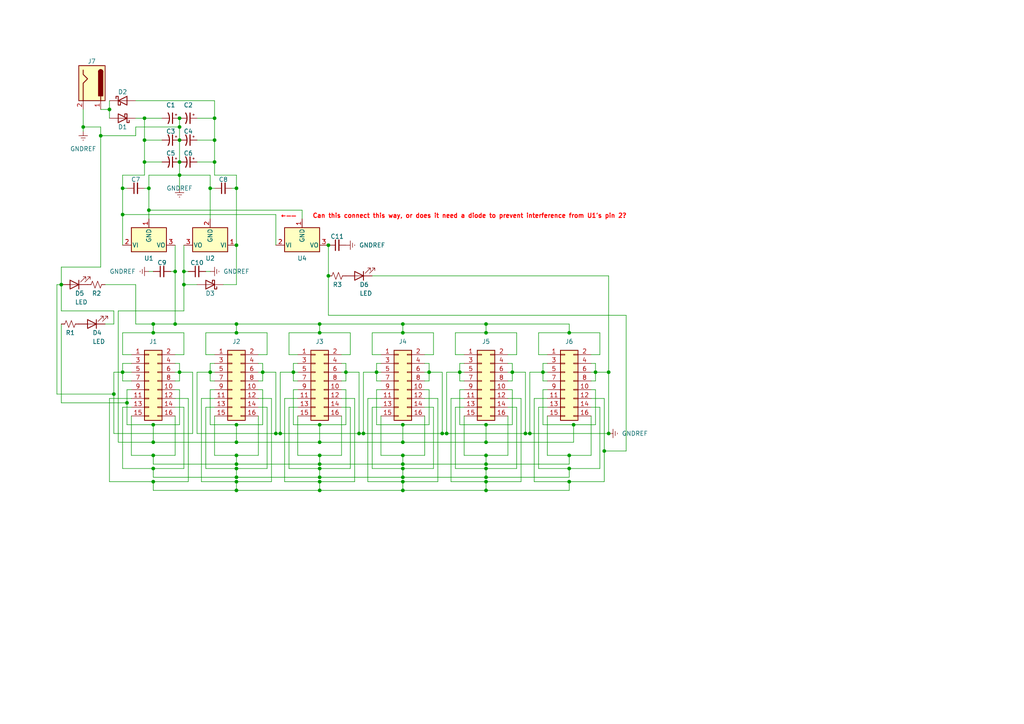
<source format=kicad_sch>
(kicad_sch (version 20230121) (generator eeschema)
  (paper "A4")
  (title_block (title "Power Word Stun PSU") (date "08/20/2023") (rev "2 beta") (company "Synth Mages") (comment 1 "Eurorack power supply unit supplying ±12V, +5V, and with Gate and CV routing"))
  (lib_symbols
    (symbol "Connector:Barrel_Jack" (pin_names (offset 1.016))
      (property "Reference" "J" (at 0 5.334 0))
      (property "Value" "Barrel_Jack" (at 0 -5.08 0))
      (symbol "Barrel_Jack_0_1"
        (rectangle (start -5.08 3.81) (end 5.08 -3.81) (stroke (width 0.254)) (fill (type background)))
        (arc (start -3.302 3.175) (mid -3.9343 2.54) (end -3.302 1.905) (stroke (width 0.254)))
        (arc (start -3.302 3.175) (mid -3.9343 2.54) (end -3.302 1.905) (stroke (width 0.254)) (fill (type outline)))
        (polyline (pts (xy 5.08 2.54) (xy 3.81 2.54)) (stroke (width 0.254)))
        (polyline (pts (xy -3.81 -2.54) (xy -2.54 -2.54) (xy -1.27 -1.27) (xy 0 -2.54) (xy 2.54 -2.54) (xy 5.08 -2.54)) (stroke (width 0.254)))
        (rectangle (start 3.683 3.175) (end -3.302 1.905) (stroke (width 0.254)) (fill (type outline)))
      )
      (symbol "Barrel_Jack_1_1"
        (pin passive line (at 7.62 2.54 180) (length 2.54) (name "~") (number "1"))
        (pin passive line (at 7.62 -2.54 180) (length 2.54) (name "~") (number "2"))
      )
    )
    (symbol "Connector_Generic:Conn_02x08_Odd_Even" (pin_names (offset 1.016) hide)
      (property "Reference" "J" (at 1.27 10.16 0))
      (property "Value" "Conn_02x08_Odd_Even" (at 1.27 -12.7 0))
      (symbol "Conn_02x08_Odd_Even_1_1"
        (rectangle (start -1.27 -10.033) (end 0 -10.287) (stroke (width 0.1524)))
        (rectangle (start -1.27 -7.493) (end 0 -7.747) (stroke (width 0.1524)))
        (rectangle (start -1.27 -4.953) (end 0 -5.207) (stroke (width 0.1524)))
        (rectangle (start -1.27 -2.413) (end 0 -2.667) (stroke (width 0.1524)))
        (rectangle (start -1.27 0.127) (end 0 -0.127) (stroke (width 0.1524)))
        (rectangle (start -1.27 2.667) (end 0 2.413) (stroke (width 0.1524)))
        (rectangle (start -1.27 5.207) (end 0 4.953) (stroke (width 0.1524)))
        (rectangle (start -1.27 7.747) (end 0 7.493) (stroke (width 0.1524)))
        (rectangle (start -1.27 8.89) (end 3.81 -11.43) (stroke (width 0.254)) (fill (type background)))
        (rectangle (start 3.81 -10.033) (end 2.54 -10.287) (stroke (width 0.1524)))
        (rectangle (start 3.81 -7.493) (end 2.54 -7.747) (stroke (width 0.1524)))
        (rectangle (start 3.81 -4.953) (end 2.54 -5.207) (stroke (width 0.1524)))
        (rectangle (start 3.81 -2.413) (end 2.54 -2.667) (stroke (width 0.1524)))
        (rectangle (start 3.81 0.127) (end 2.54 -0.127) (stroke (width 0.1524)))
        (rectangle (start 3.81 2.667) (end 2.54 2.413) (stroke (width 0.1524)))
        (rectangle (start 3.81 5.207) (end 2.54 4.953) (stroke (width 0.1524)))
        (rectangle (start 3.81 7.747) (end 2.54 7.493) (stroke (width 0.1524)))
        (pin passive line (at -5.08 7.62 0) (length 3.81) (name "Pin_1") (number "1"))
        (pin passive line (at 7.62 -2.54 180) (length 3.81) (name "Pin_10") (number "10"))
        (pin passive line (at -5.08 -5.08 0) (length 3.81) (name "Pin_11") (number "11"))
        (pin passive line (at 7.62 -5.08 180) (length 3.81) (name "Pin_12") (number "12"))
        (pin passive line (at -5.08 -7.62 0) (length 3.81) (name "Pin_13") (number "13"))
        (pin passive line (at 7.62 -7.62 180) (length 3.81) (name "Pin_14") (number "14"))
        (pin passive line (at -5.08 -10.16 0) (length 3.81) (name "Pin_15") (number "15"))
        (pin passive line (at 7.62 -10.16 180) (length 3.81) (name "Pin_16") (number "16"))
        (pin passive line (at 7.62 7.62 180) (length 3.81) (name "Pin_2") (number "2"))
        (pin passive line (at -5.08 5.08 0) (length 3.81) (name "Pin_3") (number "3"))
        (pin passive line (at 7.62 5.08 180) (length 3.81) (name "Pin_4") (number "4"))
        (pin passive line (at -5.08 2.54 0) (length 3.81) (name "Pin_5") (number "5"))
        (pin passive line (at 7.62 2.54 180) (length 3.81) (name "Pin_6") (number "6"))
        (pin passive line (at -5.08 0 0) (length 3.81) (name "Pin_7") (number "7"))
        (pin passive line (at 7.62 0 180) (length 3.81) (name "Pin_8") (number "8"))
        (pin passive line (at -5.08 -2.54 0) (length 3.81) (name "Pin_9") (number "9"))
      )
    )
    (symbol "Device:C_Polarized_Small_US" (pin_numbers hide) (pin_names (offset 0.254) hide)
      (property "Reference" "C" (at 0.254 1.778 0))
      (property "Value" "C_Polarized_Small_US" (at 0.254 -2.032 0))
      (symbol "C_Polarized_Small_US_0_1"
        (polyline (pts (xy -1.524 0.508) (xy 1.524 0.508)) (stroke (width 0.3048)))
        (polyline (pts (xy -1.27 1.524) (xy -0.762 1.524)))
        (polyline (pts (xy -1.016 1.27) (xy -1.016 1.778)))
        (arc (start 1.524 -0.762) (mid 0 -0.3734) (end -1.524 -0.762) (stroke (width 0.3048)))
      )
      (symbol "C_Polarized_Small_US_1_1"
        (pin passive line (at 0 2.54 270) (length 2.032) (name "~") (number "1"))
        (pin passive line (at 0 -2.54 90) (length 2.032) (name "~") (number "2"))
      )
    )
    (symbol "Device:C_Small" (pin_numbers hide) (pin_names (offset 0.254) hide)
      (property "Reference" "C" (at 0.254 1.778 0))
      (property "Value" "C_Small" (at 0.254 -2.032 0))
      (symbol "C_Small_0_1"
        (polyline (pts (xy -1.524 -0.508) (xy 1.524 -0.508)) (stroke (width 0.3302)))
        (polyline (pts (xy -1.524 0.508) (xy 1.524 0.508)) (stroke (width 0.3048)))
      )
      (symbol "C_Small_1_1"
        (pin passive line (at 0 2.54 270) (length 2.032) (name "~") (number "1"))
        (pin passive line (at 0 -2.54 90) (length 2.032) (name "~") (number "2"))
      )
    )
    (symbol "Device:LED" (pin_numbers hide) (pin_names (offset 1.016) hide)
      (property "Reference" "D" (at 0 2.54 0))
      (property "Value" "LED" (at 0 -2.54 0))
      (symbol "LED_0_1"
        (polyline (pts (xy -1.27 -1.27) (xy -1.27 1.27)) (stroke (width 0.254)))
        (polyline (pts (xy -1.27 0) (xy 1.27 0)))
        (polyline (pts (xy 1.27 -1.27) (xy 1.27 1.27) (xy -1.27 0) (xy 1.27 -1.27)) (stroke (width 0.254)))
        (polyline (pts (xy -3.048 -0.762) (xy -4.572 -2.286) (xy -3.81 -2.286) (xy -4.572 -2.286) (xy -4.572 -1.524)))
        (polyline (pts (xy -1.778 -0.762) (xy -3.302 -2.286) (xy -2.54 -2.286) (xy -3.302 -2.286) (xy -3.302 -1.524)))
      )
      (symbol "LED_1_1"
        (pin passive line (at -3.81 0 0) (length 2.54) (name "K") (number "1"))
        (pin passive line (at 3.81 0 180) (length 2.54) (name "A") (number "2"))
      )
    )
    (symbol "Device:R_Small_US" (pin_numbers hide) (pin_names (offset 0.254) hide)
      (property "Reference" "R" (at 0.762 0.508 0))
      (property "Value" "R_Small_US" (at 0.762 -1.016 0))
      (symbol "R_Small_US_1_1"
        (polyline (pts (xy 0 0) (xy 1.016 -0.381) (xy 0 -0.762) (xy -1.016 -1.143) (xy 0 -1.524)))
        (polyline (pts (xy 0 1.524) (xy 1.016 1.143) (xy 0 0.762) (xy -1.016 0.381) (xy 0 0)))
        (pin passive line (at 0 2.54 270) (length 1.016) (name "~") (number "1"))
        (pin passive line (at 0 -2.54 90) (length 1.016) (name "~") (number "2"))
      )
    )
    (symbol "Diode:1N5817" (pin_numbers hide) (pin_names (offset 1.016) hide)
      (property "Reference" "D" (at 0 2.54 0))
      (property "Value" "1N5817" (at 0 -2.54 0))
      (symbol "1N5817_0_1"
        (polyline (pts (xy 1.27 0) (xy -1.27 0)))
        (polyline (pts (xy 1.27 1.27) (xy 1.27 -1.27) (xy -1.27 0) (xy 1.27 1.27)) (stroke (width 0.254)))
        (polyline (pts (xy -1.905 0.635) (xy -1.905 1.27) (xy -1.27 1.27) (xy -1.27 -1.27) (xy -0.635 -1.27) (xy -0.635 -0.635)) (stroke (width 0.254)))
      )
      (symbol "1N5817_1_1"
        (pin passive line (at -3.81 0 0) (length 2.54) (name "K") (number "1"))
        (pin passive line (at 3.81 0 180) (length 2.54) (name "A") (number "2"))
      )
    )
    (symbol "Regulator_Linear:LM7812_TO220" (pin_names (offset 0.254))
      (property "Reference" "U" (at -3.81 3.175 0))
      (property "Value" "LM7812_TO220" (at 0 3.175 0))
      (symbol "LM7812_TO220_0_1"
        (rectangle (start -5.08 1.905) (end 5.08 -5.08) (stroke (width 0.254)) (fill (type background)))
      )
      (symbol "LM7812_TO220_1_1"
        (pin power_in line (at -7.62 0 0) (length 2.54) (name "VI") (number "1"))
        (pin power_in line (at 0 -7.62 90) (length 2.54) (name "GND") (number "2"))
        (pin power_out line (at 7.62 0 180) (length 2.54) (name "VO") (number "3"))
      )
    )
    (symbol "Regulator_Linear:LM7905_TO220" (pin_names (offset 0.254))
      (property "Reference" "U" (at -3.81 -3.175 0))
      (property "Value" "LM7905_TO220" (at 0 -3.175 0))
      (symbol "LM7905_TO220_0_1"
        (rectangle (start -5.08 5.08) (end 5.08 -1.905) (stroke (width 0.254)) (fill (type background)))
      )
      (symbol "LM7905_TO220_1_1"
        (pin power_in line (at 0 7.62 270) (length 2.54) (name "GND") (number "1"))
        (pin power_in line (at -7.62 0 0) (length 2.54) (name "VI") (number "2"))
        (pin power_out line (at 7.62 0 180) (length 2.54) (name "VO") (number "3"))
      )
    )
    (symbol "Regulator_Linear:LM7912_TO220" (pin_names (offset 0.254))
      (property "Reference" "U" (at -3.81 -3.175 0))
      (property "Value" "LM7912_TO220" (at 0 -3.175 0))
      (symbol "LM7912_TO220_0_1"
        (rectangle (start -5.08 5.08) (end 5.08 -1.905) (stroke (width 0.254)) (fill (type background)))
      )
      (symbol "LM7912_TO220_1_1"
        (pin power_in line (at 0 7.62 270) (length 2.54) (name "GND") (number "1"))
        (pin power_in line (at -7.62 0 0) (length 2.54) (name "VI") (number "2"))
        (pin power_out line (at 7.62 0 180) (length 2.54) (name "VO") (number "3"))
      )
    )
    (symbol "power:GNDREF" (power) (pin_names (offset 0))
      (property "Value" "GNDREF" (at 0 -3.81 0))
      (symbol "GNDREF_0_1"
        (polyline (pts (xy -0.635 -1.905) (xy 0.635 -1.905)))
        (polyline (pts (xy -0.127 -2.54) (xy 0.127 -2.54)))
        (polyline (pts (xy 0 -1.27) (xy 0 0)))
        (polyline (pts (xy 1.27 -1.27) (xy -1.27 -1.27)))
      )
      (symbol "GNDREF_1_1"
        (pin power_in line (at 0 0 270) (length 0) hide (name "GNDREF") (number "1"))
      )
    )
  )
  (junction (at 52.07 46.99))
  (junction (at 52.07 50.8))
  (junction (at 165.1 139.7))
  (junction (at 129.54 125.73))
  (junction (at 172.72 107.95))
  (junction (at 44.45 139.7))
  (junction (at 116.84 135.89))
  (junction (at 52.07 36.83))
  (junction (at 140.97 123.19))
  (junction (at 50.8 93.98))
  (junction (at 92.71 123.19))
  (junction (at 68.58 142.24))
  (junction (at 68.58 123.19))
  (junction (at 36.83 116.84))
  (junction (at 44.45 128.27))
  (junction (at 92.71 128.27))
  (junction (at 17.78 82.55))
  (junction (at 140.97 135.89))
  (junction (at 76.2 107.95))
  (junction (at 133.35 107.95))
  (junction (at 166.37 123.19))
  (junction (at 95.25 71.12))
  (junction (at 152.4 125.73))
  (junction (at 116.84 139.7))
  (junction (at 43.18 60.96))
  (junction (at 116.84 142.24))
  (junction (at 116.84 123.19))
  (junction (at 128.27 125.73))
  (junction (at 68.58 71.12))
  (junction (at 92.71 142.24))
  (junction (at 35.56 62.23))
  (junction (at 116.84 134.62))
  (junction (at 140.97 134.62))
  (junction (at 80.01 125.73))
  (junction (at 24.13 36.83))
  (junction (at 92.71 134.62))
  (junction (at 33.02 114.3))
  (junction (at 60.96 107.95))
  (junction (at 176.53 125.73))
  (junction (at 153.67 125.73))
  (junction (at 41.91 34.29))
  (junction (at 31.75 31.75))
  (junction (at 92.71 135.89))
  (junction (at 140.97 96.52))
  (junction (at 165.1 96.52))
  (junction (at 53.34 82.55))
  (junction (at 140.97 142.24))
  (junction (at 124.46 107.95))
  (junction (at 68.58 139.7))
  (junction (at 175.26 130.81))
  (junction (at 62.23 40.64))
  (junction (at 157.48 107.95))
  (junction (at 68.58 138.43))
  (junction (at 140.97 128.27))
  (junction (at 109.22 107.95))
  (junction (at 35.56 107.95))
  (junction (at 165.1 135.89))
  (junction (at 68.58 128.27))
  (junction (at 50.8 78.74))
  (junction (at 140.97 93.98))
  (junction (at 60.96 54.61))
  (junction (at 140.97 132.08))
  (junction (at 140.97 139.7))
  (junction (at 92.71 96.52))
  (junction (at 92.71 132.08))
  (junction (at 116.84 93.98))
  (junction (at 52.07 40.64))
  (junction (at 68.58 132.08))
  (junction (at 41.91 46.99))
  (junction (at 116.84 128.27))
  (junction (at 165.1 132.08))
  (junction (at 68.58 134.62))
  (junction (at 35.56 54.61))
  (junction (at 105.41 125.73))
  (junction (at 148.59 107.95))
  (junction (at 100.33 107.95))
  (junction (at 44.45 135.89))
  (junction (at 140.97 138.43))
  (junction (at 29.21 39.37))
  (junction (at 116.84 132.08))
  (junction (at 68.58 54.61))
  (junction (at 52.07 107.95))
  (junction (at 68.58 96.52))
  (junction (at 116.84 96.52))
  (junction (at 41.91 40.64))
  (junction (at 53.34 78.74))
  (junction (at 52.07 34.29))
  (junction (at 95.25 80.01))
  (junction (at 44.45 123.19))
  (junction (at 68.58 135.89))
  (junction (at 176.53 107.95))
  (junction (at 44.45 132.08))
  (junction (at 104.14 125.73))
  (junction (at 92.71 93.98))
  (junction (at 43.18 54.61))
  (junction (at 44.45 96.52))
  (junction (at 116.84 138.43))
  (junction (at 44.45 93.98))
  (junction (at 62.23 34.29))
  (junction (at 92.71 138.43))
  (junction (at 92.71 139.7))
  (junction (at 68.58 93.98))
  (junction (at 62.23 46.99))
  (junction (at 85.09 107.95))
  (junction (at 81.28 125.73))
  (wire (pts (xy 105.41 107.95) (xy 109.22 107.95)))
  (wire (pts (xy 140.97 132.08) (xy 140.97 134.62)))
  (wire (pts (xy 85.09 123.19) (xy 85.09 113.03)))
  (wire (pts (xy 35.56 54.61) (xy 36.83 54.61)))
  (wire (pts (xy 140.97 93.98) (xy 140.97 96.52)))
  (wire (pts (xy 43.18 60.96) (xy 87.63 60.96)))
  (wire (pts (xy 68.58 139.7) (xy 78.74 139.7)))
  (wire (pts (xy 50.8 113.03) (xy 52.07 113.03)))
  (wire (pts (xy 60.96 54.61) (xy 62.23 54.61)))
  (wire (pts (xy 105.41 107.95) (xy 105.41 125.73)))
  (wire (pts (xy 132.08 96.52) (xy 140.97 96.52)))
  (wire (pts (xy 78.74 115.57) (xy 74.93 115.57)))
  (wire (pts (xy 148.59 105.41) (xy 148.59 107.95)))
  (wire (pts (xy 99.06 105.41) (xy 100.33 105.41)))
  (wire (pts (xy 35.56 62.23) (xy 35.56 71.12)))
  (wire (pts (xy 35.56 110.49) (xy 38.1 110.49)))
  (wire (pts (xy 36.83 123.19) (xy 36.83 116.84)))
  (wire (pts (xy 116.84 123.19) (xy 109.22 123.19)))
  (wire (pts (xy 149.86 118.11) (xy 149.86 135.89)))
  (wire (pts (xy 157.48 113.03) (xy 158.75 113.03)))
  (wire (pts (xy 59.69 118.11) (xy 59.69 135.89)))
  (wire (pts (xy 68.58 93.98) (xy 92.71 93.98)))
  (wire (pts (xy 92.71 142.24) (xy 116.84 142.24)))
  (wire (pts (xy 107.95 96.52) (xy 116.84 96.52)))
  (wire (pts (xy 109.22 110.49) (xy 110.49 110.49)))
  (wire (pts (xy 153.67 107.95) (xy 153.67 125.73)))
  (wire (pts (xy 39.37 39.37) (xy 39.37 36.83)))
  (wire (pts (xy 17.78 90.17) (xy 33.02 90.17)))
  (wire (pts (xy 74.93 107.95) (xy 76.2 107.95)))
  (wire (pts (xy 44.45 135.89) (xy 35.56 135.89)))
  (wire (pts (xy 134.62 102.87) (xy 132.08 102.87)))
  (wire (pts (xy 52.07 105.41) (xy 52.07 107.95)))
  (wire (pts (xy 62.23 118.11) (xy 59.69 118.11)))
  (wire (pts (xy 149.86 135.89) (xy 140.97 135.89)))
  (wire (pts (xy 101.6 118.11) (xy 101.6 135.89)))
  (wire (pts (xy 133.35 113.03) (xy 134.62 113.03)))
  (wire (pts (xy 50.8 110.49) (xy 52.07 110.49)))
  (wire (pts (xy 92.71 138.43) (xy 116.84 138.43)))
  (wire (pts (xy 60.96 50.8) (xy 60.96 54.61)))
  (wire (pts (xy 86.36 132.08) (xy 92.71 132.08)))
  (wire (pts (xy 151.13 139.7) (xy 151.13 115.57)))
  (wire (pts (xy 172.72 107.95) (xy 172.72 110.49)))
  (wire (pts (xy 157.48 123.19) (xy 157.48 113.03)))
  (wire (pts (xy 74.93 120.65) (xy 74.93 132.08)))
  (wire (pts (xy 36.83 113.03) (xy 38.1 113.03)))
  (wire (pts (xy 29.21 77.47) (xy 17.78 77.47)))
  (wire (pts (xy 17.78 116.84) (xy 36.83 116.84)))
  (wire (pts (xy 35.56 107.95) (xy 33.02 107.95)))
  (wire (pts (xy 62.23 46.99) (xy 62.23 50.8)))
  (wire (pts (xy 17.78 77.47) (xy 17.78 82.55)))
  (wire (pts (xy 134.62 105.41) (xy 133.35 105.41)))
  (wire (pts (xy 132.08 118.11) (xy 132.08 135.89)))
  (wire (pts (xy 33.02 125.73) (xy 55.88 125.73)))
  (wire (pts (xy 43.18 60.96) (xy 43.18 63.5)))
  (wire (pts (xy 123.19 105.41) (xy 124.46 105.41)))
  (wire (pts (xy 59.69 102.87) (xy 59.69 96.52)))
  (wire (pts (xy 44.45 123.19) (xy 44.45 128.27)))
  (wire (pts (xy 62.23 115.57) (xy 58.42 115.57)))
  (wire (pts (xy 102.87 139.7) (xy 102.87 115.57)))
  (wire (pts (xy 53.34 71.12) (xy 53.34 78.74)))
  (wire (pts (xy 100.33 123.19) (xy 92.71 123.19)))
  (wire (pts (xy 153.67 107.95) (xy 157.48 107.95)))
  (wire (pts (xy 33.02 90.17) (xy 33.02 93.98)))
  (wire (pts (xy 44.45 134.62) (xy 68.58 134.62)))
  (wire (pts (xy 110.49 132.08) (xy 116.84 132.08)))
  (wire (pts (xy 104.14 125.73) (xy 105.41 125.73)))
  (wire (pts (xy 165.1 132.08) (xy 165.1 134.62)))
  (wire (pts (xy 52.07 113.03) (xy 52.07 123.19)))
  (wire (pts (xy 140.97 139.7) (xy 151.13 139.7)))
  (wire (pts (xy 44.45 132.08) (xy 44.45 134.62)))
  (wire (pts (xy 52.07 50.8) (xy 60.96 50.8)))
  (wire (pts (xy 124.46 105.41) (xy 124.46 107.95)))
  (wire (pts (xy 148.59 123.19) (xy 140.97 123.19)))
  (wire (pts (xy 152.4 107.95) (xy 152.4 125.73)))
  (wire (pts (xy 99.06 120.65) (xy 99.06 132.08)))
  (wire (pts (xy 99.06 107.95) (xy 100.33 107.95)))
  (wire (pts (xy 158.75 120.65) (xy 158.75 132.08)))
  (wire (pts (xy 50.8 78.74) (xy 50.8 93.98)))
  (wire (pts (xy 57.15 107.95) (xy 60.96 107.95)))
  (wire (pts (xy 156.21 102.87) (xy 156.21 96.52)))
  (wire (pts (xy 77.47 96.52) (xy 77.47 102.87)))
  (wire (pts (xy 125.73 102.87) (xy 123.19 102.87)))
  (wire (pts (xy 38.1 120.65) (xy 38.1 132.08)))
  (wire (pts (xy 24.13 36.83) (xy 29.21 36.83)))
  (wire (pts (xy 152.4 125.73) (xy 153.67 125.73)))
  (wire (pts (xy 68.58 123.19) (xy 60.96 123.19)))
  (wire (pts (xy 41.91 40.64) (xy 41.91 46.99)))
  (wire (pts (xy 147.32 110.49) (xy 148.59 110.49)))
  (wire (pts (xy 60.96 107.95) (xy 60.96 110.49)))
  (wire (pts (xy 107.95 118.11) (xy 107.95 135.89)))
  (wire (pts (xy 62.23 29.21) (xy 62.23 34.29)))
  (wire (pts (xy 129.54 107.95) (xy 133.35 107.95)))
  (wire (pts (xy 81.28 107.95) (xy 81.28 125.73)))
  (wire (pts (xy 173.99 118.11) (xy 173.99 135.89)))
  (wire (pts (xy 34.29 90.17) (xy 34.29 128.27)))
  (wire (pts (xy 35.56 105.41) (xy 35.56 107.95)))
  (wire (pts (xy 53.34 78.74) (xy 54.61 78.74)))
  (wire (pts (xy 110.49 118.11) (xy 107.95 118.11)))
  (wire (pts (xy 33.02 114.3) (xy 33.02 125.73)))
  (wire (pts (xy 57.15 40.64) (xy 62.23 40.64)))
  (wire (pts (xy 77.47 102.87) (xy 74.93 102.87)))
  (wire (pts (xy 105.41 125.73) (xy 128.27 125.73)))
  (wire (pts (xy 92.71 132.08) (xy 92.71 134.62)))
  (wire (pts (xy 81.28 125.73) (xy 104.14 125.73)))
  (wire (pts (xy 107.95 102.87) (xy 107.95 96.52)))
  (wire (pts (xy 156.21 96.52) (xy 165.1 96.52)))
  (wire (pts (xy 171.45 110.49) (xy 172.72 110.49)))
  (wire (pts (xy 86.36 105.41) (xy 85.09 105.41)))
  (wire (pts (xy 92.71 139.7) (xy 92.71 142.24)))
  (wire (pts (xy 80.01 107.95) (xy 80.01 125.73)))
  (wire (pts (xy 85.09 110.49) (xy 86.36 110.49)))
  (wire (pts (xy 130.81 139.7) (xy 130.81 115.57)))
  (wire (pts (xy 43.18 50.8) (xy 43.18 54.61)))
  (wire (pts (xy 52.07 40.64) (xy 52.07 46.99)))
  (wire (pts (xy 148.59 113.03) (xy 148.59 123.19)))
  (wire (pts (xy 57.15 46.99) (xy 62.23 46.99)))
  (wire (pts (xy 31.75 31.75) (xy 31.75 34.29)))
  (wire (pts (xy 77.47 118.11) (xy 77.47 135.89)))
  (wire (pts (xy 175.26 115.57) (xy 171.45 115.57)))
  (wire (pts (xy 68.58 128.27) (xy 92.71 128.27)))
  (wire (pts (xy 68.58 132.08) (xy 74.93 132.08)))
  (wire (pts (xy 39.37 36.83) (xy 52.07 36.83)))
  (wire (pts (xy 43.18 78.74) (xy 44.45 78.74)))
  (wire (pts (xy 43.18 54.61) (xy 43.18 60.96)))
  (wire (pts (xy 140.97 128.27) (xy 166.37 128.27)))
  (wire (pts (xy 171.45 105.41) (xy 172.72 105.41)))
  (wire (pts (xy 124.46 113.03) (xy 124.46 123.19)))
  (wire (pts (xy 62.23 120.65) (xy 62.23 132.08)))
  (wire (pts (xy 140.97 93.98) (xy 165.1 93.98)))
  (wire (pts (xy 99.06 110.49) (xy 100.33 110.49)))
  (wire (pts (xy 76.2 113.03) (xy 76.2 123.19)))
  (wire (pts (xy 181.61 91.44) (xy 181.61 130.81)))
  (wire (pts (xy 68.58 138.43) (xy 68.58 135.89)))
  (wire (pts (xy 68.58 96.52) (xy 77.47 96.52)))
  (wire (pts (xy 64.77 82.55) (xy 68.58 82.55)))
  (wire (pts (xy 109.22 105.41) (xy 109.22 107.95)))
  (wire (pts (xy 62.23 132.08) (xy 68.58 132.08)))
  (wire (pts (xy 100.33 107.95) (xy 104.14 107.95)))
  (wire (pts (xy 151.13 115.57) (xy 147.32 115.57)))
  (wire (pts (xy 148.59 107.95) (xy 152.4 107.95)))
  (wire (pts (xy 39.37 93.98) (xy 44.45 93.98)))
  (wire (pts (xy 125.73 135.89) (xy 116.84 135.89)))
  (wire (pts (xy 158.75 105.41) (xy 157.48 105.41)))
  (wire (pts (xy 81.28 107.95) (xy 85.09 107.95)))
  (wire (pts (xy 116.84 139.7) (xy 127 139.7)))
  (wire (pts (xy 116.84 132.08) (xy 116.84 134.62)))
  (wire (pts (xy 29.21 36.83) (xy 29.21 39.37)))
  (wire (pts (xy 50.8 118.11) (xy 53.34 118.11)))
  (wire (pts (xy 68.58 138.43) (xy 92.71 138.43)))
  (wire (pts (xy 31.75 139.7) (xy 44.45 139.7)))
  (wire (pts (xy 123.19 120.65) (xy 123.19 132.08)))
  (wire (pts (xy 52.07 123.19) (xy 44.45 123.19)))
  (wire (pts (xy 124.46 107.95) (xy 124.46 110.49)))
  (wire (pts (xy 133.35 107.95) (xy 134.62 107.95)))
  (wire (pts (xy 140.97 123.19) (xy 133.35 123.19)))
  (wire (pts (xy 35.56 62.23) (xy 80.01 62.23)))
  (wire (pts (xy 165.1 138.43) (xy 165.1 135.89)))
  (wire (pts (xy 76.2 123.19) (xy 68.58 123.19)))
  (wire (pts (xy 38.1 107.95) (xy 35.56 107.95)))
  (wire (pts (xy 109.22 107.95) (xy 110.49 107.95)))
  (wire (pts (xy 43.18 50.8) (xy 52.07 50.8)))
  (wire (pts (xy 92.71 93.98) (xy 116.84 93.98)))
  (wire (pts (xy 86.36 118.11) (xy 83.82 118.11)))
  (wire (pts (xy 62.23 34.29) (xy 62.23 40.64)))
  (wire (pts (xy 100.33 107.95) (xy 100.33 110.49)))
  (wire (pts (xy 50.8 93.98) (xy 44.45 93.98)))
  (wire (pts (xy 74.93 118.11) (xy 77.47 118.11)))
  (wire (pts (xy 78.74 139.7) (xy 78.74 115.57)))
  (wire (pts (xy 172.72 113.03) (xy 172.72 123.19)))
  (wire (pts (xy 67.31 54.61) (xy 68.58 54.61)))
  (wire (pts (xy 165.1 93.98) (xy 165.1 96.52)))
  (wire (pts (xy 44.45 132.08) (xy 50.8 132.08)))
  (wire (pts (xy 132.08 102.87) (xy 132.08 96.52)))
  (wire (pts (xy 68.58 50.8) (xy 68.58 54.61)))
  (wire (pts (xy 116.84 132.08) (xy 123.19 132.08)))
  (wire (pts (xy 38.1 115.57) (xy 31.75 115.57)))
  (wire (pts (xy 157.48 107.95) (xy 157.48 110.49)))
  (wire (pts (xy 76.2 107.95) (xy 80.01 107.95)))
  (wire (pts (xy 147.32 113.03) (xy 148.59 113.03)))
  (wire (pts (xy 156.21 118.11) (xy 156.21 135.89)))
  (wire (pts (xy 39.37 82.55) (xy 39.37 93.98)))
  (wire (pts (xy 140.97 139.7) (xy 140.97 142.24)))
  (wire (pts (xy 53.34 90.17) (xy 34.29 90.17)))
  (wire (pts (xy 140.97 138.43) (xy 165.1 138.43)))
  (wire (pts (xy 74.93 113.03) (xy 76.2 113.03)))
  (wire (pts (xy 110.49 105.41) (xy 109.22 105.41)))
  (wire (pts (xy 100.33 105.41) (xy 100.33 107.95)))
  (wire (pts (xy 85.09 107.95) (xy 85.09 110.49)))
  (wire (pts (xy 157.48 123.19) (xy 166.37 123.19)))
  (wire (pts (xy 165.1 139.7) (xy 175.26 139.7)))
  (wire (pts (xy 35.56 96.52) (xy 44.45 96.52)))
  (wire (pts (xy 123.19 107.95) (xy 124.46 107.95)))
  (wire (pts (xy 68.58 142.24) (xy 92.71 142.24)))
  (wire (pts (xy 149.86 102.87) (xy 147.32 102.87)))
  (wire (pts (xy 29.21 39.37) (xy 39.37 39.37)))
  (wire (pts (xy 52.07 50.8) (xy 52.07 54.61)))
  (wire (pts (xy 52.07 107.95) (xy 55.88 107.95)))
  (wire (pts (xy 104.14 107.95) (xy 104.14 125.73)))
  (wire (pts (xy 127 139.7) (xy 127 115.57)))
  (wire (pts (xy 92.71 93.98) (xy 92.71 96.52)))
  (wire (pts (xy 123.19 110.49) (xy 124.46 110.49)))
  (wire (pts (xy 99.06 118.11) (xy 101.6 118.11)))
  (wire (pts (xy 171.45 120.65) (xy 171.45 132.08)))
  (wire (pts (xy 116.84 93.98) (xy 116.84 96.52)))
  (wire (pts (xy 85.09 105.41) (xy 85.09 107.95)))
  (wire (pts (xy 39.37 29.21) (xy 62.23 29.21)))
  (wire (pts (xy 52.07 107.95) (xy 52.07 110.49)))
  (wire (pts (xy 173.99 135.89) (xy 165.1 135.89)))
  (wire (pts (xy 41.91 46.99) (xy 46.99 46.99)))
  (wire (pts (xy 140.97 134.62) (xy 165.1 134.62)))
  (wire (pts (xy 16.51 82.55) (xy 16.51 114.3)))
  (wire (pts (xy 140.97 96.52) (xy 149.86 96.52)))
  (wire (pts (xy 85.09 113.03) (xy 86.36 113.03)))
  (wire (pts (xy 116.84 138.43) (xy 116.84 135.89)))
  (wire (pts (xy 35.56 50.8) (xy 35.56 54.61)))
  (wire (pts (xy 154.94 139.7) (xy 154.94 115.57)))
  (wire (pts (xy 53.34 82.55) (xy 57.15 82.55)))
  (wire (pts (xy 147.32 105.41) (xy 148.59 105.41)))
  (wire (pts (xy 68.58 139.7) (xy 68.58 142.24)))
  (wire (pts (xy 44.45 138.43) (xy 68.58 138.43)))
  (wire (pts (xy 60.96 107.95) (xy 62.23 107.95)))
  (wire (pts (xy 92.71 135.89) (xy 83.82 135.89)))
  (wire (pts (xy 52.07 34.29) (xy 52.07 36.83)))
  (wire (pts (xy 158.75 102.87) (xy 156.21 102.87)))
  (wire (pts (xy 140.97 138.43) (xy 140.97 135.89)))
  (wire (pts (xy 147.32 107.95) (xy 148.59 107.95)))
  (wire (pts (xy 44.45 93.98) (xy 44.45 96.52)))
  (wire (pts (xy 106.68 139.7) (xy 106.68 115.57)))
  (wire (pts (xy 44.45 142.24) (xy 68.58 142.24)))
  (wire (pts (xy 52.07 36.83) (xy 52.07 40.64)))
  (wire (pts (xy 86.36 115.57) (xy 82.55 115.57)))
  (wire (pts (xy 176.53 80.01) (xy 176.53 107.95)))
  (wire (pts (xy 116.84 142.24) (xy 140.97 142.24)))
  (wire (pts (xy 50.8 93.98) (xy 68.58 93.98)))
  (wire (pts (xy 60.96 54.61) (xy 60.96 63.5)))
  (wire (pts (xy 44.45 135.89) (xy 44.45 138.43)))
  (wire (pts (xy 60.96 123.19) (xy 60.96 113.03)))
  (wire (pts (xy 41.91 40.64) (xy 46.99 40.64)))
  (wire (pts (xy 153.67 125.73) (xy 176.53 125.73)))
  (wire (pts (xy 87.63 60.96) (xy 87.63 63.5)))
  (wire (pts (xy 60.96 110.49) (xy 62.23 110.49)))
  (wire (pts (xy 50.8 120.65) (xy 50.8 132.08)))
  (wire (pts (xy 57.15 107.95) (xy 57.15 125.73)))
  (wire (pts (xy 36.83 116.84) (xy 36.83 113.03)))
  (wire (pts (xy 41.91 54.61) (xy 43.18 54.61)))
  (wire (pts (xy 128.27 125.73) (xy 129.54 125.73)))
  (wire (pts (xy 157.48 107.95) (xy 158.75 107.95)))
  (wire (pts (xy 147.32 120.65) (xy 147.32 132.08)))
  (wire (pts (xy 41.91 34.29) (xy 46.99 34.29)))
  (wire (pts (xy 35.56 54.61) (xy 35.56 62.23)))
  (wire (pts (xy 172.72 107.95) (xy 176.53 107.95)))
  (wire (pts (xy 83.82 118.11) (xy 83.82 135.89)))
  (wire (pts (xy 53.34 135.89) (xy 44.45 135.89)))
  (wire (pts (xy 166.37 123.19) (xy 166.37 128.27)))
  (wire (pts (xy 101.6 96.52) (xy 101.6 102.87)))
  (wire (pts (xy 68.58 93.98) (xy 68.58 96.52)))
  (wire (pts (xy 59.69 96.52) (xy 68.58 96.52)))
  (wire (pts (xy 116.84 93.98) (xy 140.97 93.98)))
  (wire (pts (xy 85.09 107.95) (xy 86.36 107.95)))
  (wire (pts (xy 129.54 125.73) (xy 152.4 125.73)))
  (wire (pts (xy 44.45 123.19) (xy 36.83 123.19)))
  (wire (pts (xy 34.29 128.27) (xy 44.45 128.27)))
  (wire (pts (xy 140.97 135.89) (xy 132.08 135.89)))
  (wire (pts (xy 128.27 107.95) (xy 128.27 125.73)))
  (wire (pts (xy 74.93 110.49) (xy 76.2 110.49)))
  (wire (pts (xy 44.45 139.7) (xy 54.61 139.7)))
  (wire (pts (xy 109.22 113.03) (xy 110.49 113.03)))
  (wire (pts (xy 92.71 134.62) (xy 116.84 134.62)))
  (wire (pts (xy 35.56 102.87) (xy 35.56 96.52)))
  (wire (pts (xy 57.15 34.29) (xy 62.23 34.29)))
  (wire (pts (xy 171.45 107.95) (xy 172.72 107.95)))
  (wire (pts (xy 148.59 107.95) (xy 148.59 110.49)))
  (wire (pts (xy 35.56 118.11) (xy 35.56 135.89)))
  (wire (pts (xy 41.91 46.99) (xy 41.91 50.8)))
  (wire (pts (xy 95.25 80.01) (xy 95.25 91.44)))
  (wire (pts (xy 124.46 123.19) (xy 116.84 123.19)))
  (wire (pts (xy 123.19 118.11) (xy 125.73 118.11)))
  (wire (pts (xy 49.53 78.74) (xy 50.8 78.74)))
  (wire (pts (xy 68.58 132.08) (xy 68.58 134.62)))
  (wire (pts (xy 24.13 31.75) (xy 24.13 36.83)))
  (wire (pts (xy 165.1 132.08) (xy 171.45 132.08)))
  (wire (pts (xy 127 115.57) (xy 123.19 115.57)))
  (wire (pts (xy 109.22 107.95) (xy 109.22 110.49)))
  (wire (pts (xy 57.15 125.73) (xy 80.01 125.73)))
  (wire (pts (xy 101.6 102.87) (xy 99.06 102.87)))
  (wire (pts (xy 171.45 113.03) (xy 172.72 113.03)))
  (wire (pts (xy 38.1 132.08) (xy 44.45 132.08)))
  (wire (pts (xy 133.35 123.19) (xy 133.35 113.03)))
  (wire (pts (xy 38.1 102.87) (xy 35.56 102.87)))
  (wire (pts (xy 92.71 128.27) (xy 116.84 128.27)))
  (wire (pts (xy 116.84 139.7) (xy 116.84 142.24)))
  (wire (pts (xy 157.48 105.41) (xy 157.48 107.95)))
  (wire (pts (xy 154.94 139.7) (xy 165.1 139.7)))
  (wire (pts (xy 44.45 128.27) (xy 68.58 128.27)))
  (wire (pts (xy 58.42 139.7) (xy 58.42 115.57)))
  (wire (pts (xy 165.1 135.89) (xy 156.21 135.89)))
  (wire (pts (xy 53.34 118.11) (xy 53.34 135.89)))
  (wire (pts (xy 116.84 96.52) (xy 125.73 96.52)))
  (wire (pts (xy 53.34 102.87) (xy 50.8 102.87)))
  (wire (pts (xy 116.84 123.19) (xy 116.84 128.27)))
  (wire (pts (xy 124.46 107.95) (xy 128.27 107.95)))
  (wire (pts (xy 38.1 105.41) (xy 35.56 105.41)))
  (wire (pts (xy 53.34 78.74) (xy 53.34 82.55)))
  (wire (pts (xy 134.62 115.57) (xy 130.81 115.57)))
  (wire (pts (xy 92.71 96.52) (xy 101.6 96.52)))
  (wire (pts (xy 134.62 118.11) (xy 132.08 118.11)))
  (wire (pts (xy 30.48 93.98) (xy 33.02 93.98)))
  (wire (pts (xy 99.06 113.03) (xy 100.33 113.03)))
  (wire (pts (xy 62.23 40.64) (xy 62.23 46.99)))
  (wire (pts (xy 86.36 120.65) (xy 86.36 132.08)))
  (wire (pts (xy 53.34 82.55) (xy 53.34 90.17)))
  (wire (pts (xy 54.61 115.57) (xy 50.8 115.57)))
  (wire (pts (xy 62.23 50.8) (xy 68.58 50.8)))
  (wire (pts (xy 33.02 107.95) (xy 33.02 114.3)))
  (wire (pts (xy 165.1 96.52) (xy 173.99 96.52)))
  (wire (pts (xy 17.78 82.55) (xy 17.78 90.17)))
  (wire (pts (xy 17.78 82.55) (xy 16.51 82.55)))
  (wire (pts (xy 133.35 107.95) (xy 133.35 110.49)))
  (wire (pts (xy 86.36 102.87) (xy 83.82 102.87)))
  (wire (pts (xy 134.62 132.08) (xy 140.97 132.08)))
  (wire (pts (xy 134.62 120.65) (xy 134.62 132.08)))
  (wire (pts (xy 110.49 102.87) (xy 107.95 102.87)))
  (wire (pts (xy 82.55 139.7) (xy 82.55 115.57)))
  (wire (pts (xy 102.87 115.57) (xy 99.06 115.57)))
  (wire (pts (xy 129.54 107.95) (xy 129.54 125.73)))
  (wire (pts (xy 175.26 139.7) (xy 175.26 130.81)))
  (wire (pts (xy 31.75 31.75) (xy 29.21 31.75)))
  (wire (pts (xy 24.13 36.83) (xy 24.13 38.1)))
  (wire (pts (xy 157.48 110.49) (xy 158.75 110.49)))
  (wire (pts (xy 50.8 107.95) (xy 52.07 107.95)))
  (wire (pts (xy 59.69 78.74) (xy 60.96 78.74)))
  (wire (pts (xy 31.75 115.57) (xy 31.75 139.7)))
  (wire (pts (xy 54.61 139.7) (xy 54.61 115.57)))
  (wire (pts (xy 44.45 139.7) (xy 44.45 142.24)))
  (wire (pts (xy 172.72 105.41) (xy 172.72 107.95)))
  (wire (pts (xy 44.45 96.52) (xy 53.34 96.52)))
  (wire (pts (xy 68.58 54.61) (xy 68.58 71.12)))
  (wire (pts (xy 181.61 130.81) (xy 175.26 130.81)))
  (wire (pts (xy 60.96 105.41) (xy 60.96 107.95)))
  (wire (pts (xy 80.01 71.12) (xy 80.01 62.23)))
  (wire (pts (xy 16.51 114.3) (xy 33.02 114.3)))
  (wire (pts (xy 158.75 118.11) (xy 156.21 118.11)))
  (wire (pts (xy 92.71 132.08) (xy 99.06 132.08)))
  (wire (pts (xy 100.33 113.03) (xy 100.33 123.19)))
  (wire (pts (xy 29.21 39.37) (xy 29.21 77.47)))
  (wire (pts (xy 133.35 105.41) (xy 133.35 107.95)))
  (wire (pts (xy 158.75 132.08) (xy 165.1 132.08)))
  (wire (pts (xy 68.58 135.89) (xy 59.69 135.89)))
  (wire (pts (xy 62.23 105.41) (xy 60.96 105.41)))
  (wire (pts (xy 35.56 107.95) (xy 35.56 110.49)))
  (wire (pts (xy 62.23 102.87) (xy 59.69 102.87)))
  (wire (pts (xy 125.73 118.11) (xy 125.73 135.89)))
  (wire (pts (xy 116.84 138.43) (xy 140.97 138.43)))
  (wire (pts (xy 125.73 96.52) (xy 125.73 102.87)))
  (wire (pts (xy 173.99 96.52) (xy 173.99 102.87)))
  (wire (pts (xy 166.37 123.19) (xy 172.72 123.19)))
  (wire (pts (xy 50.8 105.41) (xy 52.07 105.41)))
  (wire (pts (xy 101.6 135.89) (xy 92.71 135.89)))
  (wire (pts (xy 95.25 71.12) (xy 95.25 80.01)))
  (wire (pts (xy 17.78 93.98) (xy 17.78 116.84)))
  (wire (pts (xy 31.75 29.21) (xy 31.75 31.75)))
  (wire (pts (xy 140.97 142.24) (xy 165.1 142.24)))
  (wire (pts (xy 68.58 123.19) (xy 68.58 128.27)))
  (wire (pts (xy 83.82 102.87) (xy 83.82 96.52)))
  (wire (pts (xy 107.95 80.01) (xy 176.53 80.01)))
  (wire (pts (xy 116.84 135.89) (xy 107.95 135.89)))
  (wire (pts (xy 38.1 118.11) (xy 35.56 118.11)))
  (wire (pts (xy 106.68 139.7) (xy 116.84 139.7)))
  (wire (pts (xy 133.35 110.49) (xy 134.62 110.49)))
  (wire (pts (xy 58.42 139.7) (xy 68.58 139.7)))
  (wire (pts (xy 60.96 113.03) (xy 62.23 113.03)))
  (wire (pts (xy 41.91 34.29) (xy 41.91 40.64)))
  (wire (pts (xy 116.84 134.62) (xy 140.97 134.62)))
  (wire (pts (xy 41.91 50.8) (xy 35.56 50.8)))
  (wire (pts (xy 92.71 139.7) (xy 102.87 139.7)))
  (wire (pts (xy 92.71 123.19) (xy 85.09 123.19)))
  (wire (pts (xy 68.58 134.62) (xy 92.71 134.62)))
  (wire (pts (xy 158.75 115.57) (xy 154.94 115.57)))
  (wire (pts (xy 92.71 138.43) (xy 92.71 135.89)))
  (wire (pts (xy 110.49 115.57) (xy 106.68 115.57)))
  (wire (pts (xy 130.81 139.7) (xy 140.97 139.7)))
  (wire (pts (xy 173.99 102.87) (xy 171.45 102.87)))
  (wire (pts (xy 80.01 125.73) (xy 81.28 125.73)))
  (wire (pts (xy 55.88 107.95) (xy 55.88 125.73)))
  (wire (pts (xy 140.97 128.27) (xy 140.97 123.19)))
  (wire (pts (xy 50.8 71.12) (xy 50.8 78.74)))
  (wire (pts (xy 149.86 96.52) (xy 149.86 102.87)))
  (wire (pts (xy 83.82 96.52) (xy 92.71 96.52)))
  (wire (pts (xy 74.93 105.41) (xy 76.2 105.41)))
  (wire (pts (xy 116.84 128.27) (xy 140.97 128.27)))
  (wire (pts (xy 30.48 82.55) (xy 39.37 82.55)))
  (wire (pts (xy 76.2 105.41) (xy 76.2 107.95)))
  (wire (pts (xy 140.97 132.08) (xy 147.32 132.08)))
  (wire (pts (xy 82.55 139.7) (xy 92.71 139.7)))
  (wire (pts (xy 110.49 120.65) (xy 110.49 132.08)))
  (wire (pts (xy 92.71 123.19) (xy 92.71 128.27)))
  (wire (pts (xy 123.19 113.03) (xy 124.46 113.03)))
  (wire (pts (xy 165.1 139.7) (xy 165.1 142.24)))
  (wire (pts (xy 175.26 130.81) (xy 175.26 115.57)))
  (wire (pts (xy 53.34 96.52) (xy 53.34 102.87)))
  (wire (pts (xy 39.37 34.29) (xy 41.91 34.29)))
  (wire (pts (xy 76.2 107.95) (xy 76.2 110.49)))
  (wire (pts (xy 171.45 118.11) (xy 173.99 118.11)))
  (wire (pts (xy 176.53 107.95) (xy 176.53 125.73)))
  (wire (pts (xy 95.25 91.44) (xy 181.61 91.44)))
  (wire (pts (xy 68.58 82.55) (xy 68.58 71.12)))
  (wire (pts (xy 109.22 123.19) (xy 109.22 113.03)))
  (wire (pts (xy 52.07 46.99) (xy 52.07 50.8)))
  (wire (pts (xy 77.47 135.89) (xy 68.58 135.89)))
  (wire (pts (xy 147.32 118.11) (xy 149.86 118.11)))
  (text "←——     Can this connect this way, or does it need a diode to prevent interference from U1's pin 2?" (at 81.28 63.5 0) (effects (font (size 1.27 1.27) (thickness 0.254) bold) (justify left bottom)))
  (symbol (lib_id "Diode:1N5817") (at 60.96 82.55 180) (unit 1)
    (property "Reference" "D3" (at 60.96 85.09 0))
    (property "Value" "1N5817" (effects hide))
    (property "Footprint" "Diode_THT:D_DO-41_SOD81_P10.16mm_Horizontal" (effects hide))
    (property "Datasheet" "http://www.vishay.com/docs/88525/1n5817.pdf" (effects hide))
  )
  (symbol (lib_id "Regulator_Linear:LM7812_TO220") (at 60.96 71.12 180) (unit 1)
    (property "Reference" "U2" (at 60.96 74.93 0))
    (property "Value" "LM7812" (effects hide))
    (property "Footprint" "Package_TO_SOT_THT:TO-220-3_Vertical" (effects hide))
    (property "Datasheet" "https://www.onsemi.cn/PowerSolutions/document/MC7800-D.PDF" (effects hide))
  )
  (symbol (lib_id "Connector_Generic:Conn_02x08_Odd_Even") (at 43.18 110.49 0) (unit 1)
    (property "Reference" "J1" (at 44.45 99.06 0))
    (property "Value" "Conn_02x08_Odd_Even" (effects hide))
    (property "Footprint" "Connector_IDC:IDC-Header_2x08_P2.54mm_Vertical" (effects hide))
  )
  (symbol (lib_id "power:GNDREF") (at 24.13 38.1 0) (unit 1)
    (property "Reference" "#PWR01" (effects hide))
    (property "Value" "GNDREF" (at 24.13 43.18 0))
  )
  (symbol (lib_id "Device:C_Small") (at 39.37 54.61 90) (unit 1)
    (property "Reference" "C7" (at 39.37 52.07 90))
    (property "Value" "1μF" (effects hide))
    (property "Footprint" "Capacitor_THT:C_Axial_L5.1mm_D3.1mm_P7.50mm_Horizontal" (effects hide))
  )
  (symbol (lib_id "power:GNDREF") (at 100.33 71.12 90) (unit 1)
    (property "Reference" "#PWR06" (effects hide))
    (property "Value" "GNDREF" (at 104.14 71.12 90) (effects (justify right)))
  )
  (symbol (lib_id "power:GNDREF") (at 43.18 78.74 270) (unit 1)
    (property "Reference" "#PWR04" (effects hide))
    (property "Value" "GNDREF" (at 39.37 78.74 90) (effects (justify right)))
  )
  (symbol (lib_id "Connector_Generic:Conn_02x08_Odd_Even") (at 139.7 110.49 0) (unit 1)
    (property "Reference" "J5" (at 140.97 99.06 0))
    (property "Value" "Conn_02x08_Odd_Even" (effects hide))
    (property "Footprint" "Connector_IDC:IDC-Header_2x08_P2.54mm_Vertical" (effects hide))
  )
  (symbol (lib_id "Device:R_Small_US") (at 20.32 93.98 270) (unit 1)
    (property "Reference" "R1" (at 19.05 96.52 90) (effects (justify left)))
    (property "Value" "330Ω" (effects hide))
    (property "Footprint" "Resistor_THT:R_Axial_DIN0207_L6.3mm_D2.5mm_P15.24mm_Horizontal" (effects hide))
  )
  (symbol (lib_id "Device:C_Polarized_Small_US") (at 49.53 40.64 270) (unit 1)
    (property "Reference" "C3" (at 49.53 38.1 90))
    (property "Value" "4.7mF" (effects hide))
    (property "Footprint" "Capacitor_THT:CP_Radial_D16.0mm_P7.50mm" (effects hide))
  )
  (symbol (lib_id "Device:C_Small") (at 46.99 78.74 90) (unit 1)
    (property "Reference" "C9" (at 46.99 76.2 90))
    (property "Value" "1μF" (effects hide))
    (property "Footprint" "Capacitor_THT:C_Axial_L5.1mm_D3.1mm_P7.50mm_Horizontal" (effects hide))
  )
  (symbol (lib_id "Diode:1N5817") (at 35.56 29.21 0) (unit 1)
    (property "Reference" "D2" (at 35.56 26.67 0))
    (property "Value" "1N5817" (effects hide))
    (property "Footprint" "Diode_THT:D_DO-41_SOD81_P10.16mm_Horizontal" (effects hide))
    (property "Datasheet" "http://www.vishay.com/docs/88525/1n5817.pdf" (effects hide))
  )
  (symbol (lib_id "Device:C_Small") (at 57.15 78.74 90) (unit 1)
    (property "Reference" "C10" (at 57.15 76.2 90))
    (property "Value" "1μF" (effects hide))
    (property "Footprint" "Capacitor_THT:C_Axial_L5.1mm_D3.1mm_P7.50mm_Horizontal" (effects hide))
  )
  (symbol (lib_id "Device:C_Polarized_Small_US") (at 54.61 46.99 270) (unit 1)
    (property "Reference" "C6" (at 54.61 44.45 90))
    (property "Value" "4.7mF" (effects hide))
    (property "Footprint" "Capacitor_THT:CP_Radial_D16.0mm_P7.50mm" (effects hide))
  )
  (symbol (lib_id "power:GNDREF") (at 52.07 54.61 0) (unit 1)
    (property "Reference" "#PWR02" (effects hide))
    (property "Value" "GNDREF" (at 52.07 54.61 0))
  )
  (symbol (lib_id "Connector:Barrel_Jack") (at 26.67 24.13 270) (unit 1)
    (property "Reference" "J7" (at 25.4 17.78 90) (effects (justify left)))
    (property "Value" "Barrel_Jack" (effects hide))
    (property "Footprint" "Connector_BarrelJack:BarrelJack_SwitchcraftConxall_RAPC10U_Horizontal" (effects hide))
  )
  (symbol (lib_id "Regulator_Linear:LM7905_TO220") (at 87.63 71.12 0) (unit 1)
    (property "Reference" "U4" (at 87.63 74.93 0))
    (property "Value" "LM7905" (effects hide))
    (property "Footprint" "Package_TO_SOT_THT:TO-220-3_Vertical" (effects hide))
    (property "Datasheet" "https://www.onsemi.com/pub/Collateral/MC7900-D.PDF" (effects hide))
  )
  (symbol (lib_id "Device:C_Polarized_Small_US") (at 49.53 34.29 270) (unit 1)
    (property "Reference" "C1" (at 49.53 30.48 90))
    (property "Value" "4.7mF" (effects hide))
    (property "Footprint" "Capacitor_THT:CP_Radial_D16.0mm_P7.50mm" (effects hide))
  )
  (symbol (lib_id "power:GNDREF") (at 176.53 125.73 90) (unit 1)
    (property "Reference" "#PWR05" (effects hide))
    (property "Value" "GNDREF" (at 180.34 125.73 90) (effects (justify right)))
  )
  (symbol (lib_id "Diode:1N5817") (at 35.56 34.29 180) (unit 1)
    (property "Reference" "D1" (at 35.56 36.83 0))
    (property "Value" "1N5817" (effects hide))
    (property "Footprint" "Diode_THT:D_DO-41_SOD81_P10.16mm_Horizontal" (effects hide))
    (property "Datasheet" "http://www.vishay.com/docs/88525/1n5817.pdf" (effects hide))
  )
  (symbol (lib_id "Device:LED") (at 21.59 82.55 180) (unit 1)
    (property "Reference" "D5" (at 24.4475 85.09 0) (effects (justify left)))
    (property "Value" "LED" (at 25.4 87.63 0) (effects (justify left)))
    (property "Footprint" "LED_THT:LED_D1.8mm_W3.3mm_H2.4mm" (effects hide))
  )
  (symbol (lib_id "Device:R_Small_US") (at 97.79 80.01 270) (unit 1)
    (property "Reference" "R3" (at 96.52 82.55 90) (effects (justify left)))
    (property "Value" "330Ω" (effects hide))
    (property "Footprint" "Resistor_THT:R_Axial_DIN0207_L6.3mm_D2.5mm_P15.24mm_Horizontal" (effects hide))
  )
  (symbol (lib_id "Device:C_Polarized_Small_US") (at 54.61 34.29 270) (unit 1)
    (property "Reference" "C2" (at 54.61 30.48 90))
    (property "Value" "4.7mF" (effects hide))
    (property "Footprint" "Capacitor_THT:CP_Radial_D16.0mm_P7.50mm" (effects hide))
  )
  (symbol (lib_id "Connector_Generic:Conn_02x08_Odd_Even") (at 115.57 110.49 0) (unit 1)
    (property "Reference" "J4" (at 116.84 99.06 0))
    (property "Value" "Conn_02x08_Odd_Even" (effects hide))
    (property "Footprint" "Connector_IDC:IDC-Header_2x08_P2.54mm_Vertical" (effects hide))
  )
  (symbol (lib_id "Device:R_Small_US") (at 27.94 82.55 270) (unit 1)
    (property "Reference" "R2" (at 26.67 85.09 90) (effects (justify left)))
    (property "Value" "330Ω" (effects hide))
    (property "Footprint" "Resistor_THT:R_Axial_DIN0207_L6.3mm_D2.5mm_P15.24mm_Horizontal" (effects hide))
  )
  (symbol (lib_id "Device:C_Small") (at 64.77 54.61 90) (unit 1)
    (property "Reference" "C8" (at 64.77 52.07 90))
    (property "Value" "1μF" (effects hide))
    (property "Footprint" "Capacitor_THT:C_Axial_L5.1mm_D3.1mm_P7.50mm_Horizontal" (effects hide))
  )
  (symbol (lib_id "Connector_Generic:Conn_02x08_Odd_Even") (at 163.83 110.49 0) (unit 1)
    (property "Reference" "J6" (at 165.1 99.06 0))
    (property "Value" "Conn_02x08_Odd_Even" (effects hide))
    (property "Footprint" "Connector_IDC:IDC-Header_2x08_P2.54mm_Vertical" (effects hide))
  )
  (symbol (lib_id "Regulator_Linear:LM7912_TO220") (at 43.18 71.12 0) (unit 1)
    (property "Reference" "U1" (at 43.18 74.93 0))
    (property "Value" "LM7912" (effects hide))
    (property "Footprint" "Package_TO_SOT_THT:TO-220-3_Vertical" (effects hide))
    (property "Datasheet" "hhttps://www.onsemi.com/pub/Collateral/MC7900-D.PDF" (effects hide))
  )
  (symbol (lib_id "Device:LED") (at 26.67 93.98 180) (unit 1)
    (property "Reference" "D4" (at 29.5275 96.52 0) (effects (justify left)))
    (property "Value" "LED" (at 30.48 99.06 0) (effects (justify left)))
    (property "Footprint" "LED_THT:LED_D1.8mm_W3.3mm_H2.4mm" (effects hide))
  )
  (symbol (lib_id "Device:C_Polarized_Small_US") (at 49.53 46.99 270) (unit 1)
    (property "Reference" "C5" (at 49.53 44.45 90))
    (property "Value" "4.7mF" (effects hide))
    (property "Footprint" "Capacitor_THT:CP_Radial_D16.0mm_P7.50mm" (effects hide))
  )
  (symbol (lib_id "Device:LED") (at 104.14 80.01 180) (unit 1)
    (property "Reference" "D6" (at 106.9975 82.55 0) (effects (justify left)))
    (property "Value" "LED" (at 107.95 85.09 0) (effects (justify left)))
    (property "Footprint" "LED_THT:LED_D1.8mm_W3.3mm_H2.4mm" (effects hide))
  )
  (symbol (lib_id "Device:C_Small") (at 97.79 71.12 90) (unit 1)
    (property "Reference" "C11" (at 97.79 68.58 90))
    (property "Value" "1μF" (effects hide))
    (property "Footprint" "Capacitor_THT:C_Axial_L5.1mm_D3.1mm_P7.50mm_Horizontal" (effects hide))
  )
  (symbol (lib_id "power:GNDREF") (at 60.96 78.74 90) (unit 1)
    (property "Reference" "#PWR03" (effects hide))
    (property "Value" "GNDREF" (at 64.77 78.74 90) (effects (justify right)))
  )
  (symbol (lib_id "Connector_Generic:Conn_02x08_Odd_Even") (at 67.31 110.49 0) (unit 1)
    (property "Reference" "J2" (at 68.58 99.06 0))
    (property "Value" "Conn_02x08_Odd_Even" (effects hide))
    (property "Footprint" "Connector_IDC:IDC-Header_2x08_P2.54mm_Vertical" (effects hide))
  )
  (symbol (lib_id "Connector_Generic:Conn_02x08_Odd_Even") (at 91.44 110.49 0) (unit 1)
    (property "Reference" "J3" (at 92.71 99.06 0))
    (property "Value" "Conn_02x08_Odd_Even" (effects hide))
    (property "Footprint" "Connector_IDC:IDC-Header_2x08_P2.54mm_Vertical" (effects hide))
  )
  (symbol (lib_id "Device:C_Polarized_Small_US") (at 54.61 40.64 270) (unit 1)
    (property "Reference" "C4" (at 54.61 38.1 90))
    (property "Value" "4.7mF" (effects hide))
    (property "Footprint" "Capacitor_THT:CP_Radial_D16.0mm_P7.50mm" (effects hide))
  )
)
</source>
